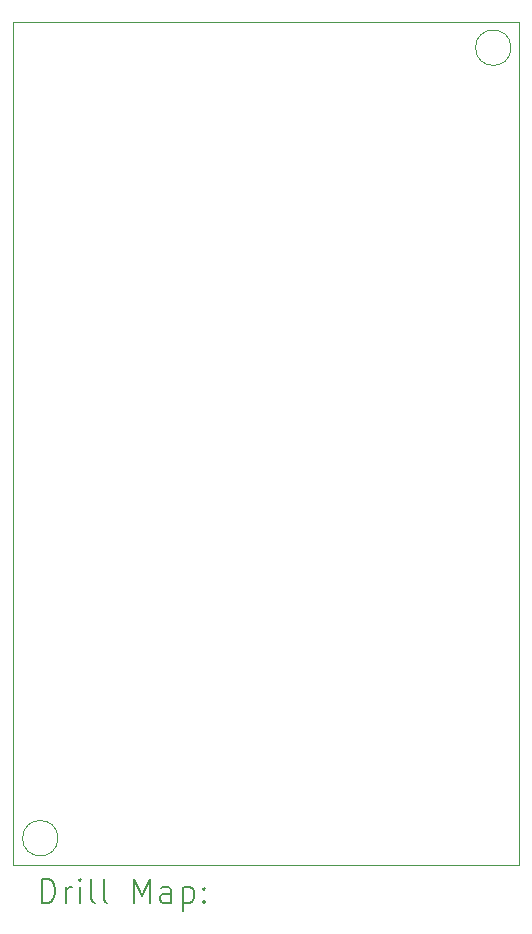
<source format=gbr>
%TF.GenerationSoftware,KiCad,Pcbnew,7.0.2*%
%TF.CreationDate,2023-09-09T23:31:57+02:00*%
%TF.ProjectId,Husvagn,48757376-6167-46e2-9e6b-696361645f70,rev?*%
%TF.SameCoordinates,Original*%
%TF.FileFunction,Drillmap*%
%TF.FilePolarity,Positive*%
%FSLAX45Y45*%
G04 Gerber Fmt 4.5, Leading zero omitted, Abs format (unit mm)*
G04 Created by KiCad (PCBNEW 7.0.2) date 2023-09-09 23:31:57*
%MOMM*%
%LPD*%
G01*
G04 APERTURE LIST*
%ADD10C,0.100000*%
%ADD11C,0.200000*%
G04 APERTURE END LIST*
D10*
X17206100Y-6642100D02*
G75*
G03*
X17206100Y-6642100I-150000J0D01*
G01*
X12992100Y-6426200D02*
X17272000Y-6426200D01*
X17272000Y-13563600D01*
X12992100Y-13563600D01*
X12992100Y-6426200D01*
X13370700Y-13335000D02*
G75*
G03*
X13370700Y-13335000I-150000J0D01*
G01*
D11*
X13234719Y-13881124D02*
X13234719Y-13681124D01*
X13234719Y-13681124D02*
X13282338Y-13681124D01*
X13282338Y-13681124D02*
X13310909Y-13690648D01*
X13310909Y-13690648D02*
X13329957Y-13709695D01*
X13329957Y-13709695D02*
X13339481Y-13728743D01*
X13339481Y-13728743D02*
X13349005Y-13766838D01*
X13349005Y-13766838D02*
X13349005Y-13795409D01*
X13349005Y-13795409D02*
X13339481Y-13833505D01*
X13339481Y-13833505D02*
X13329957Y-13852552D01*
X13329957Y-13852552D02*
X13310909Y-13871600D01*
X13310909Y-13871600D02*
X13282338Y-13881124D01*
X13282338Y-13881124D02*
X13234719Y-13881124D01*
X13434719Y-13881124D02*
X13434719Y-13747790D01*
X13434719Y-13785886D02*
X13444243Y-13766838D01*
X13444243Y-13766838D02*
X13453767Y-13757314D01*
X13453767Y-13757314D02*
X13472814Y-13747790D01*
X13472814Y-13747790D02*
X13491862Y-13747790D01*
X13558528Y-13881124D02*
X13558528Y-13747790D01*
X13558528Y-13681124D02*
X13549005Y-13690648D01*
X13549005Y-13690648D02*
X13558528Y-13700171D01*
X13558528Y-13700171D02*
X13568052Y-13690648D01*
X13568052Y-13690648D02*
X13558528Y-13681124D01*
X13558528Y-13681124D02*
X13558528Y-13700171D01*
X13682338Y-13881124D02*
X13663290Y-13871600D01*
X13663290Y-13871600D02*
X13653767Y-13852552D01*
X13653767Y-13852552D02*
X13653767Y-13681124D01*
X13787100Y-13881124D02*
X13768052Y-13871600D01*
X13768052Y-13871600D02*
X13758528Y-13852552D01*
X13758528Y-13852552D02*
X13758528Y-13681124D01*
X14015671Y-13881124D02*
X14015671Y-13681124D01*
X14015671Y-13681124D02*
X14082338Y-13823981D01*
X14082338Y-13823981D02*
X14149005Y-13681124D01*
X14149005Y-13681124D02*
X14149005Y-13881124D01*
X14329957Y-13881124D02*
X14329957Y-13776362D01*
X14329957Y-13776362D02*
X14320433Y-13757314D01*
X14320433Y-13757314D02*
X14301386Y-13747790D01*
X14301386Y-13747790D02*
X14263290Y-13747790D01*
X14263290Y-13747790D02*
X14244243Y-13757314D01*
X14329957Y-13871600D02*
X14310909Y-13881124D01*
X14310909Y-13881124D02*
X14263290Y-13881124D01*
X14263290Y-13881124D02*
X14244243Y-13871600D01*
X14244243Y-13871600D02*
X14234719Y-13852552D01*
X14234719Y-13852552D02*
X14234719Y-13833505D01*
X14234719Y-13833505D02*
X14244243Y-13814457D01*
X14244243Y-13814457D02*
X14263290Y-13804933D01*
X14263290Y-13804933D02*
X14310909Y-13804933D01*
X14310909Y-13804933D02*
X14329957Y-13795409D01*
X14425195Y-13747790D02*
X14425195Y-13947790D01*
X14425195Y-13757314D02*
X14444243Y-13747790D01*
X14444243Y-13747790D02*
X14482338Y-13747790D01*
X14482338Y-13747790D02*
X14501386Y-13757314D01*
X14501386Y-13757314D02*
X14510909Y-13766838D01*
X14510909Y-13766838D02*
X14520433Y-13785886D01*
X14520433Y-13785886D02*
X14520433Y-13843028D01*
X14520433Y-13843028D02*
X14510909Y-13862076D01*
X14510909Y-13862076D02*
X14501386Y-13871600D01*
X14501386Y-13871600D02*
X14482338Y-13881124D01*
X14482338Y-13881124D02*
X14444243Y-13881124D01*
X14444243Y-13881124D02*
X14425195Y-13871600D01*
X14606148Y-13862076D02*
X14615671Y-13871600D01*
X14615671Y-13871600D02*
X14606148Y-13881124D01*
X14606148Y-13881124D02*
X14596624Y-13871600D01*
X14596624Y-13871600D02*
X14606148Y-13862076D01*
X14606148Y-13862076D02*
X14606148Y-13881124D01*
X14606148Y-13757314D02*
X14615671Y-13766838D01*
X14615671Y-13766838D02*
X14606148Y-13776362D01*
X14606148Y-13776362D02*
X14596624Y-13766838D01*
X14596624Y-13766838D02*
X14606148Y-13757314D01*
X14606148Y-13757314D02*
X14606148Y-13776362D01*
M02*

</source>
